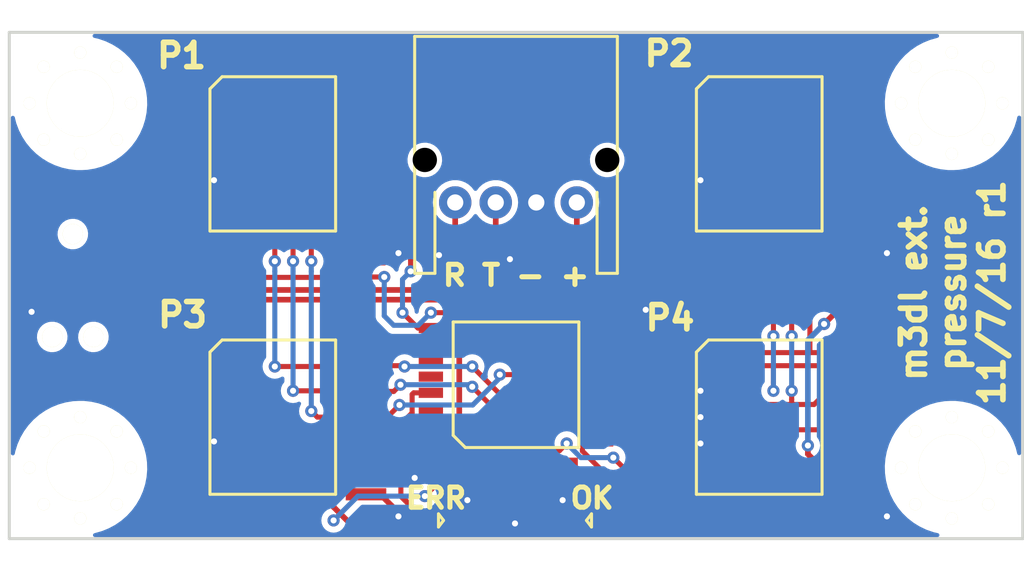
<source format=kicad_pcb>
(kicad_pcb (version 20221018) (generator pcbnew)
  (layers (0 "F.Cu" signal) (31 "B.Cu" signal) (34 "B.Paste" user) (35 "F.Paste" user) (36 "B.SilkS" user "B.Silkscreen") (37 "F.SilkS" user "F.Silkscreen") (38 "B.Mask" user) (39 "F.Mask" user) (44 "Edge.Cuts" user))
  (net 0 "")
  (net 1 "3v3")
  (net 2 "/SWDIO")
  (net 3 "/SWCLK")
  (net 4 "GND")
  (net 5 "/MOSI")
  (net 6 "/SCLK")
  (net 7 "/MISO")
  (net 8 "/~{CS1}")
  (net 9 "/~{CS4}")
  (net 10 "/~{CS3}")
  (net 11 "/~{CS2}")
  (net 12 "/TX")
  (net 13 "/RX")
  (net 14 "Net-(P1-Pad3)")
  (net 15 "Net-(P1-Pad6)")
  (net 16 "Net-(IC4-Pad1)")
  (net 17 "Net-(IC4-Pad2)")
  (net 18 "Net-(IC4-Pad10)")
  (net 19 "Net-(IC3-Pad1)")
  (net 20 "Net-(IC3-Pad2)")
  (net 21 "Net-(IC3-Pad10)")
  (net 22 "Net-(IC2-Pad1)")
  (net 23 "Net-(IC2-Pad2)")
  (net 24 "Net-(IC2-Pad10)")
  (net 25 "Net-(IC1-Pad1)")
  (net 26 "Net-(IC1-Pad2)")
  (net 27 "Net-(IC1-Pad10)")
  (net 28 "Net-(IC5-Pad2)")
  (net 29 "Net-(IC5-Pad3)")
  (net 30 "Net-(IC5-Pad4)")
  (net 31 "Net-(IC5-Pad14)")
  (net 32 "Net-(IC5-Pad18)")
  (net 33 "Net-(IC5-Pad21)")
  (net 34 "Net-(IC5-Pad22)")
  (net 35 "Net-(IC5-Pad27)")
  (net 36 "Net-(IC5-Pad28)")
  (net 37 "Net-(D1-Pad2)")
  (net 38 "Net-(D2-Pad2)")
  (net 39 "Net-(D1-Pad1)")
  (net 40 "Net-(D2-Pad1)")
  (net 41 "Net-(IC5-Pad30)")
  (net 42 "Net-(IC5-Pad7)")
  (net 43 "Net-(IC5-Pad6)")
  (net 44 "Net-(IC5-Pad8)")
  (footprint "agg:TC2030-NL" (layer "F.Cu") (at 78.14 123.5 -90)
    (fp_text reference "P1")
    (fp_text value "SWD_TC")
  )
  (footprint "agg:SP100" (layer "F.Cu") (at 88 117)
    (fp_text reference "IC1")
    (fp_text value "SP100")
  )
  (footprint "agg:SP100" (layer "F.Cu") (at 112 130)
    (fp_text reference "IC4")
    (fp_text value "SP100")
  )
  (footprint "agg:SP100" (layer "F.Cu") (at 88 130)
    (fp_text reference "IC3")
    (fp_text value "SP100")
  )
  (footprint "agg:SP100" (layer "F.Cu") (at 112 117)
    (fp_text reference "IC2")
    (fp_text value "SP100")
  )
  (footprint "agg:S04B-PASK-2" (layer "F.Cu") (at 100 119.4)
    (fp_text reference "J1")
    (fp_text value "SERIAL")
  )
  (footprint "agg:LQFP-32" (layer "F.Cu") (at 100 128.4 90)
    (fp_text reference "IC5")
    (fp_text value "STM32F0xxKxTx")
  )
  (footprint "agg:0603-LED" (layer "F.Cu") (at 96.3 135.1 180)
    (fp_text reference "D1")
    (fp_text value "RED")
  )
  (footprint "agg:0402" (layer "F.Cu") (at 116.8 135.2)
    (fp_text reference "C3")
    (fp_text value "100n")
  )
  (footprint "agg:0402" (layer "F.Cu") (at 92.8 135.2)
    (fp_text reference "C4")
    (fp_text value "100n")
  )
  (footprint "agg:0402" (layer "F.Cu") (at 92.8 122.2)
    (fp_text reference "C1")
    (fp_text value "100n")
  )
  (footprint "agg:0402" (layer "F.Cu") (at 105.6 124.3 -90)
    (fp_text reference "C5")
    (fp_text value "4µ7")
  )
  (footprint "agg:0402" (layer "F.Cu") (at 104.1 124.3 -45)
    (fp_text reference "C6")
    (fp_text value "100n")
  )
  (footprint "agg:0402" (layer "F.Cu") (at 95.8 132.6 135)
    (fp_text reference "C7")
    (fp_text value "100n")
  )
  (footprint "agg:0402" (layer "F.Cu") (at 98.9 134.05 180)
    (fp_text reference "C8")
    (fp_text value "1µ")
  )
  (footprint "agg:0402" (layer "F.Cu") (at 101 134.05)
    (fp_text reference "C9")
    (fp_text value "10n")
  )
  (footprint "agg:0402" (layer "F.Cu") (at 98.9 135.25)
    (fp_text reference "R1")
    (fp_text value "1k")
  )
  (footprint "agg:0402" (layer "F.Cu") (at 116.8 122.2)
    (fp_text reference "C2")
    (fp_text value "100n")
  )
  (footprint "agg:0402" (layer "F.Cu") (at 101 135.25 180)
    (fp_text reference "R2")
    (fp_text value "1k")
  )
  (footprint "agg:0603-LED" (layer "F.Cu") (at 103.6 135.1)
    (fp_text reference "D2")
    (fp_text value "GRN")
  )
  (footprint "agg:M3_MOUNT" (layer "F.Cu") (at 78.5 114.5)
    (fp_text reference "REF**" hide)
    (fp_text value "M3_MOUNT" hide)
  )
  (footprint "agg:M3_MOUNT" (layer "F.Cu") (at 78.5 132.5)
    (fp_text reference "REF**" hide)
    (fp_text value "M3_MOUNT" hide)
  )
  (footprint "agg:M3_MOUNT" (layer "F.Cu") (at 121.5 132.5)
    (fp_text reference "REF**" hide)
    (fp_text value "M3_MOUNT" hide)
  )
  (footprint "agg:M3_MOUNT" (layer "F.Cu") (at 121.5 114.5)
    (fp_text reference "REF**" hide)
    (fp_text value "M3_MOUNT" hide)
  )
  (footprint "agg:0402" (layer "F.Cu") (at 97 121.5 -90)
    (fp_text reference "D4")
    (fp_text value "ESD_DIODE")
  )
  (footprint "agg:0402" (layer "F.Cu") (at 103 121.5 -90)
    (fp_text reference "D5")
    (fp_text value "ESD_DIODE")
  )
  (footprint "agg:0402" (layer "F.Cu") (at 99 121.5 -90)
    (fp_text reference "D3")
    (fp_text value "ESD_DIODE")
  )
  (gr_line (start 125 136) (end 125 111) (stroke (width 0.15)) (layer "Edge.Cuts"))
  (gr_line (start 75 111) (end 75 136) (stroke (width 0.15)) (layer "Edge.Cuts"))
  (gr_line (start 75 136) (end 125 136) (stroke (width 0.15)) (layer "Edge.Cuts"))
  (gr_line (start 125 111) (end 75 111) (stroke (width 0.15)) (layer "Edge.Cuts"))
  (gr_text "ERR" (at 96.05 134) (layer "F.SilkS") (effects (font (size 1 1) (thickness 0.25))))
  (gr_text "P2" (at 107.55 112.05) (layer "F.SilkS") (effects (font (size 1.2 1.2) (thickness 0.28))))
  (gr_text "P3" (at 83.55 124.95) (layer "F.SilkS") (effects (font (size 1.2 1.2) (thickness 0.28))))
  (gr_text "P4" (at 107.6 125.1) (layer "F.SilkS") (effects (font (size 1.2 1.2) (thickness 0.28))))
  (gr_text "P1" (at 83.5 112.15) (layer "F.SilkS") (effects (font (size 1.2 1.2) (thickness 0.28))))
  (gr_text "OK" (at 103.75 134) (layer "F.SilkS") (effects (font (size 1 1) (thickness 0.25))))
  (gr_text "R T - +" (at 100 123) (layer "F.SilkS") (effects (font (size 1 1.1) (thickness 0.25))))
  (gr_text "m3dl ext.\npressure\n11/7/16 r1" (at 121.55 123.85 90) (layer "F.SilkS") (effects (font (size 1.2 1.2) (thickness 0.28))))
  (segment (start 100.4 132.6) (end 100.4 133.9) (width 0.28) (layer "F.Cu") (net 1))
  (segment (start 92.5 123.07999) (end 92.36999 123.07999) (width 0.25) (layer "F.Cu") (net 1))
  (segment (start 97.235002 125.6) (end 96.475002 124.84) (width 0.25) (layer "F.Cu") (net 1))
  (segment (start 96.791889 133.208111) (end 96.8 133.2) (width 0.28) (layer "F.Cu") (net 1))
  (segment (start 115.32 119.54) (end 115.1 119.76) (width 0.28) (layer "F.Cu") (net 1))
  (segment (start 115.115736 132.54) (end 115.32 132.54) (width 0.28) (layer "F.Cu") (net 1))
  (segment (start 91.76 122.2) (end 92.35 122.2) (width 0.28) (layer "F.Cu") (net 1))
  (segment (start 115.76 135.2) (end 116.35 135.2) (width 0.28) (layer "F.Cu") (net 1))
  (segment (start 97.459999 131.659999) (end 97.2 131.4) (width 0.28) (layer "F.Cu") (net 1))
  (segment (start 105.6 123.06) (end 105.6 123.26) (width 0.28) (layer "F.Cu") (net 1))
  (segment (start 97.477999 131.659999) (end 100.339999 131.659999) (width 0.28) (layer "F.Cu") (net 1))
  (segment (start 96.118198 132.918198) (end 96.118198 133.281802) (width 0.25) (layer "F.Cu") (net 1))
  (segment (start 92.35 122.76) (end 92.35 122.2) (width 0.25) (layer "F.Cu") (net 1))
  (segment (start 76.943507 122.23) (end 75.9 121.186493) (width 0.25) (layer "F.Cu") (net 1))
  (segment (start 97.3 133.2) (end 97.3 132.7) (width 0.28) (layer "F.Cu") (net 1))
  (segment (start 104.559036 123.839782) (end 104.27736 123.839782) (width 0.28) (layer "F.Cu") (net 1))
  (segment (start 80.1 119.3) (end 80.7 119.9) (width 0.25) (layer "F.Cu") (net 1))
  (segment (start 115.1 121.54) (end 115.76 122.2) (width 0.28) (layer "F.Cu") (net 1))
  (segment (start 92.6 119.54) (end 91.32 119.54) (width 0.28) (layer "F.Cu") (net 1))
  (segment (start 105.6 123.26) (end 105.6 123.85) (width 0.28) (layer "F.Cu") (net 1))
  (segment (start 92.01 123.1) (end 92.2 122.91) (width 0.25) (layer "F.Cu") (net 1))
  (segment (start 115 134.44) (end 115.3 134.74) (width 0.28) (layer "F.Cu") (net 1))
  (segment (start 93.5 123.07999) (end 92.5 123.07999) (width 0.25) (layer "F.Cu") (net 1))
  (segment (start 96.8 133.2) (end 97.3 133.2) (width 0.28) (layer "F.Cu") (net 1))
  (segment (start 100.55 134.05) (end 99.35 134.05) (width 0.28) (layer "F.Cu") (net 1))
  (segment (start 96.475002 124.84) (end 95.8 124.84) (width 0.25) (layer "F.Cu") (net 1))
  (segment (start 91 132.86) (end 91 134.44) (width 0.28) (layer "F.Cu") (net 1))
  (segment (start 91 134.44) (end 91.36 134.8) (width 0.28) (layer "F.Cu") (net 1))
  (segment (start 116.6 132.54) (end 115.32 132.54) (width 0.28) (layer "F.Cu") (net 1))
  (segment (start 115.04 135) (end 115.3 134.74) (width 0.25) (layer "F.Cu") (net 1))
  (segment (start 97.4 125.6) (end 97.2 125.8) (width 0.28) (layer "F.Cu") (net 1))
  (segment (start 92.6 132.54) (end 91.32 132.54) (width 0.28) (layer "F.Cu") (net 1))
  (segment (start 105.5 132.7) (end 105.5 133.9) (width 0.25) (layer "F.Cu") (net 1))
  (segment (start 91 121.44) (end 91.76 122.2) (width 0.28) (layer "F.Cu") (net 1))
  (segment (start 102.8 124.2) (end 102.8 125.08) (width 0.28) (layer "F.Cu") (net 1))
  (segment (start 103 121.05) (end 103.59 121.05) (width 0.28) (layer "F.Cu") (net 1))
  (segment (start 116.6 119.54) (end 115.32 119.54) (width 0.28) (layer "F.Cu") (net 1))
  (segment (start 97.2 131.662002) (end 97.337998 131.8) (width 0.28) (layer "F.Cu") (net 1))
  (segment (start 115 132.86) (end 115 134.44) (width 0.28) (layer "F.Cu") (net 1))
  (segment (start 97.2 132.6) (end 97.2 131.937998) (width 0.28) (layer "F.Cu") (net 1))
  (segment (start 97.2 125.8) (end 97.2 131.4) (width 0.28) (layer "F.Cu") (net 1))
  (segment (start 115.1 119.76) (end 115.1 121.54) (width 0.28) (layer "F.Cu") (net 1))
  (segment (start 103 121.05) (end 103 119.4) (width 0.28) (layer "F.Cu") (net 1))
  (segment (start 103.59 121.05) (end 105.6 123.06) (width 0.28) (layer "F.Cu") (net 1))
  (segment (start 92.2 122.91) (end 92.35 122.76) (width 0.25) (layer "F.Cu") (net 1))
  (segment (start 100.339999 131.659999) (end 100.4 131.72) (width 0.28) (layer "F.Cu") (net 1))
  (segment (start 80.7 119.9) (end 80.7 122.4) (width 0.25) (layer "F.Cu") (net 1))
  (segment (start 115.32 132.54) (end 115 132.86) (width 0.28) (layer "F.Cu") (net 1))
  (segment (start 100.4 133.9) (end 100.55 134.05) (width 0.28) (layer "F.Cu") (net 1))
  (segment (start 91.36 134.8) (end 91.76 135.2) (width 0.28) (layer "F.Cu") (net 1))
  (segment (start 92.34998 123.1) (end 92.36999 123.07999) (width 0.25) (layer "F.Cu") (net 1))
  (segment (start 92.35 122.92999) (end 92.5 123.07999) (width 0.25) (layer "F.Cu") (net 1))
  (segment (start 103.863604 123.9) (end 103.781802 123.981802) (width 0.28) (layer "F.Cu") (net 1))
  (segment (start 106.6 135) (end 115.04 135) (width 0.25) (layer "F.Cu") (net 1))
  (segment (start 91 119.86) (end 91 121.44) (width 0.28) (layer "F.Cu") (net 1))
  (segment (start 97.3 132.7) (end 97.2 132.6) (width 0.28) (layer "F.Cu") (net 1))
  (segment (start 96.408111 133.208111) (end 96.791889 133.208111) (width 0.28) (layer "F.Cu") (net 1))
  (segment (start 97.337998 131.8) (end 97.477999 131.659999) (width 0.28) (layer "F.Cu") (net 1))
  (segment (start 91 135.1) (end 91.3 134.8) (width 0.25) (layer "F.Cu") (net 1))
  (segment (start 97.4 125.6) (end 97.235002 125.6) (width 0.25) (layer "F.Cu") (net 1))
  (segment (start 91.76 135.2) (end 92.35 135.2) (width 0.28) (layer "F.Cu") (net 1))
  (segment (start 103.2 123.4) (end 103.781802 123.981802) (width 0.28) (layer "F.Cu") (net 1))
  (segment (start 100.4 131.72) (end 100.4 132.6) (width 0.28) (layer "F.Cu") (net 1))
  (segment (start 91.3 134.8) (end 91.36 134.8) (width 0.25) (layer "F.Cu") (net 1))
  (segment (start 114.4 131.824264) (end 115.115736 132.54) (width 0.28) (layer "F.Cu") (net 1))
  (segment (start 114.4 131.4) (end 114.4 131.824264) (width 0.28) (layer "F.Cu") (net 1))
  (segment (start 97.2 131.4) (end 97.2 131.662002) (width 0.28) (layer "F.Cu") (net 1))
  (segment (start 75.9 121.186493) (end 75.9 119.9) (width 0.25) (layer "F.Cu") (net 1))
  (segment (start 102.8 125.08) (end 102.28 125.6) (width 0.28) (layer "F.Cu") (net 1))
  (segment (start 103.1 123.4) (end 103.2 123.4) (width 0.28) (layer "F.Cu") (net 1))
  (segment (start 92.36999 123.07999) (end 92.2 122.91) (width 0.25) (layer "F.Cu") (net 1))
  (segment (start 104.8 132) (end 105.5 132.7) (width 0.25) (layer "F.Cu") (net 1))
  (segment (start 77.5 122.23) (end 76.943507 122.23) (width 0.25) (layer "F.Cu") (net 1))
  (segment (start 97.2 131.662002) (end 97.2 131.937998) (width 0.28) (layer "F.Cu") (net 1))
  (segment (start 76.5 119.3) (end 80.1 119.3) (width 0.25) (layer "F.Cu") (net 1))
  (segment (start 102.140001 131.659999) (end 102.5 131.3) (width 0.25) (layer "F.Cu") (net 1))
  (segment (start 96.118198 132.918198) (end 96.408111 133.208111) (width 0.28) (layer "F.Cu") (net 1))
  (segment (start 116.35 122.2) (end 116.35 124.25) (width 0.28) (layer "F.Cu") (net 1))
  (segment (start 92.35 122.76) (end 92.35 122.92999) (width 0.25) (layer "F.Cu") (net 1))
  (segment (start 105.6 123.85) (end 104.569254 123.85) (width 0.28) (layer "F.Cu") (net 1))
  (segment (start 102.8 124.2) (end 102.8 123.7) (width 0.28) (layer "F.Cu") (net 1))
  (segment (start 104.27736 123.839782) (end 104.217142 123.9) (width 0.28) (layer "F.Cu") (net 1))
  (segment (start 75.9 119.9) (end 76.5 119.3) (width 0.25) (layer "F.Cu") (net 1))
  (segment (start 116.35 124.25) (end 115.2 125.4) (width 0.28) (layer "F.Cu") (net 1))
  (segment (start 91.32 119.54) (end 91 119.86) (width 0.28) (layer "F.Cu") (net 1))
  (segment (start 81.4 123.1) (end 92.01 123.1) (width 0.25) (layer "F.Cu") (net 1))
  (segment (start 102.28 125.6) (end 97.4 125.6) (width 0.28) (layer "F.Cu") (net 1))
  (segment (start 115.3 134.74) (end 115.76 135.2) (width 0.28) (layer "F.Cu") (net 1))
  (segment (start 97.2 131.937998) (end 97.337998 131.8) (width 0.28) (layer "F.Cu") (net 1))
  (segment (start 102.8 123.7) (end 103.1 123.4) (width 0.28) (layer "F.Cu") (net 1))
  (segment (start 91.32 132.54) (end 91 132.86) (width 0.28) (layer "F.Cu") (net 1))
  (segment (start 97.477999 131.659999) (end 97.459999 131.659999) (width 0.28) (layer "F.Cu") (net 1))
  (segment (start 104.217142 123.9) (end 103.863604 123.9) (width 0.28) (layer "F.Cu") (net 1))
  (segment (start 100.339999 131.659999) (end 102.140001 131.659999) (width 0.25) (layer "F.Cu") (net 1))
  (segment (start 80.7 122.4) (end 81.4 123.1) (width 0.25) (layer "F.Cu") (net 1))
  (segment (start 92.01 123.1) (end 92.34998 123.1) (width 0.25) (layer "F.Cu") (net 1))
  (segment (start 96.118198 133.281802) (end 95.5 133.9) (width 0.25) (layer "F.Cu") (net 1))
  (segment (start 115.76 122.2) (end 116.35 122.2) (width 0.28) (layer "F.Cu") (net 1))
  (segment (start 104.569254 123.85) (end 104.559036 123.839782) (width 0.28) (layer "F.Cu") (net 1))
  (segment (start 105.5 133.9) (end 106.6 135) (width 0.25) (layer "F.Cu") (net 1))
  (via (at 91 135.1) (size 0.6) (drill 0.3) (layers "F.Cu" "B.Cu") (net 1))
  (via (at 95.5 133.9) (size 0.6) (drill 0.3) (layers "F.Cu" "B.Cu") (net 1))
  (via (at 93.5 123.07999) (size 0.6) (drill 0.3) (layers "F.Cu" "B.Cu") (net 1))
  (via (at 102.5 131.3) (size 0.6) (drill 0.3) (layers "F.Cu" "B.Cu") (net 1))
  (via (at 104.8 132) (size 0.6) (drill 0.3) (layers "F.Cu" "B.Cu") (net 1))
  (via (at 95.8 124.84) (size 0.6) (drill 0.3) (layers "F.Cu" "B.Cu") (net 1))
  (via (at 115.2 125.4) (size 0.6) (drill 0.3) (layers "F.Cu" "B.Cu") (net 1))
  (via (at 114.4 131.4) (size 0.6) (drill 0.3) (layers "F.Cu" "B.Cu") (net 1))
  (segment (start 95.174999 125.465001) (end 93.965001 125.465001) (width 0.25) (layer "B.Cu") (net 1))
  (segment (start 95.5 133.9) (end 92.2 133.9) (width 0.25) (layer "B.Cu") (net 1))
  (segment (start 95.8 124.84) (end 95.174999 125.465001) (width 0.25) (layer "B.Cu") (net 1))
  (segment (start 103.2 132) (end 104.8 132) (width 0.25) (layer "B.Cu") (net 1))
  (segment (start 115.2 125.4) (end 114.4 126.2) (width 0.28) (layer "B.Cu") (net 1))
  (segment (start 93.965001 125.465001) (end 93.5 125) (width 0.25) (layer "B.Cu") (net 1))
  (segment (start 92.2 133.9) (end 91 135.1) (width 0.25) (layer "B.Cu") (net 1))
  (segment (start 93.5 125) (end 93.5 123.07999) (width 0.25) (layer "B.Cu") (net 1))
  (segment (start 102.5 131.3) (end 103.2 132) (width 0.25) (layer "B.Cu") (net 1))
  (segment (start 114.4 126.2) (end 114.4 131.4) (width 0.28) (layer "B.Cu") (net 1))
  (segment (start 97.939999 123.259999) (end 96.677999 123.259999) (width 0.28) (layer "F.Cu") (net 2))
  (segment (start 80.25999 123.71999) (end 78.77 122.23) (width 0.28) (layer "F.Cu") (net 2))
  (segment (start 98 123.32) (end 97.939999 123.259999) (width 0.28) (layer "F.Cu") (net 2))
  (segment (start 96.677999 123.259999) (end 96.218008 123.71999) (width 0.28) (layer "F.Cu") (net 2))
  (segment (start 96.218008 123.71999) (end 80.25999 123.71999) (width 0.28) (layer "F.Cu") (net 2))
  (segment (start 98 124.2) (end 98 123.32) (width 0.28) (layer "F.Cu") (net 2))
  (segment (start 97.2 124.2) (end 79.47 124.2) (width 0.28) (layer "F.Cu") (net 3))
  (segment (start 79.47 124.2) (end 78.77 123.5) (width 0.28) (layer "F.Cu") (net 3))
  (segment (start 117.84 122.2) (end 117.25 122.2) (width 0.28) (layer "F.Cu") (net 4))
  (segment (start 83.4 131.27) (end 85.03 131.27) (width 0.28) (layer "F.Cu") (net 4))
  (segment (start 94.8 131.6) (end 95.1 131.9) (width 0.28) (layer "F.Cu") (net 4))
  (segment (start 117.88 135.16) (end 117.84 135.2) (width 0.28) (layer "F.Cu") (net 4))
  (segment (start 93.88 134.8) (end 93.88 135.16) (width 0.28) (layer "F.Cu") (net 4))
  (segment (start 107.4 130) (end 109.1 130) (width 0.28) (layer "F.Cu") (net 4))
  (segment (start 99.95 135.25) (end 99.35 135.25) (width 0.28) (layer "F.Cu") (net 4))
  (segment (start 107.4 132.54) (end 107.4 131.27) (width 0.28) (layer "F.Cu") (net 4))
  (segment (start 107.4 131.27) (end 109.07 131.27) (width 0.28) (layer "F.Cu") (net 4))
  (segment (start 94.9 131.2) (end 95.8 131.2) (width 0.28) (layer "F.Cu") (net 4))
  (segment (start 97 121.95) (end 96.25 121.95) (width 0.28) (layer "F.Cu") (net 4))
  (segment (start 95.1 131.9) (end 95.481802 132.281802) (width 0.28) (layer "F.Cu") (net 4))
  (segment (start 117.84 135.2) (end 117.25 135.2) (width 0.28) (layer "F.Cu") (net 4))
  (segment (start 107.4 115.73) (end 107.4 117) (width 0.28) (layer "F.Cu") (net 4))
  (segment (start 105.6 124.75) (end 106.35 124.75) (width 0.28) (layer "F.Cu") (net 4))
  (segment (start 96.25 121.95) (end 96.2 122) (width 0.28) (layer "F.Cu") (net 4))
  (segment (start 107.4 128.73) (end 109.07 128.73) (width 0.28) (layer "F.Cu") (net 4))
  (segment (start 83.4 115.73) (end 83.4 117) (width 0.28) (layer "F.Cu") (net 4))
  (segment (start 107.4 117) (end 107.4 118.27) (width 0.28) (layer "F.Cu") (net 4))
  (segment (start 93.84 135.2) (end 93.25 135.2) (width 0.28) (layer "F.Cu") (net 4))
  (segment (start 100.55 135.25) (end 99.95 135.25) (width 0.28) (layer "F.Cu") (net 4))
  (segment (start 83.4 130) (end 83.4 128.73) (width 0.28) (layer "F.Cu") (net 4))
  (segment (start 85.03 131.27) (end 85.1 131.2) (width 0.28) (layer "F.Cu") (net 4))
  (segment (start 93.88 134.8) (end 94.1 134.8) (width 0.28) (layer "F.Cu") (net 4))
  (segment (start 101 120.53137) (end 101 119.4) (width 0.28) (layer "F.Cu") (net 4))
  (segment (start 94.8 131.1) (end 94.8 131.6) (width 0.28) (layer "F.Cu") (net 4))
  (segment (start 83.4 119.54) (end 83.4 118.27) (width 0.28) (layer "F.Cu") (net 4))
  (segment (start 77.5 124.77) (end 76.13 124.77) (width 0.28) (layer "F.Cu") (net 4))
  (segment (start 104.418198 124.618198) (end 105 124.618198) (width 0.28) (layer "F.Cu") (net 4))
  (segment (start 109.07 118.27) (end 109.1 118.3) (width 0.28) (layer "F.Cu") (net 4))
  (segment (start 92.6 120.81) (end 93.3 120.81) (width 0.28) (layer "F.Cu") (net 4))
  (segment (start 83.4 118.27) (end 85.07 118.27) (width 0.28) (layer "F.Cu") (net 4))
  (segment (start 99 121.95) (end 99.45 121.95) (width 0.28) (layer "F.Cu") (net 4))
  (segment (start 99.45 121.95) (end 99.7 122.2) (width 0.28) (layer "F.Cu") (net 4))
  (segment (start 93.88 134.39) (end 93.88 134.8) (width 0.28) (layer "F.Cu") (net 4))
  (segment (start 93.88 121.7) (end 93.88 122.16) (width 0.28) (layer "F.Cu") (net 4))
  (segment (start 94 121.7) (end 94.2 121.9) (width 0.28) (layer "F.Cu") (net 4))
  (segment (start 105.1 125.58) (end 105.1 124.718198) (width 0.28) (layer "F.Cu") (net 4))
  (segment (start 109.07 128.73) (end 109.1 128.7) (width 0.28) (layer "F.Cu") (net 4))
  (segment (start 94.8 130.52) (end 94.8 131.1) (width 0.28) (layer "F.Cu") (net 4))
  (segment (start 93.88 121.39) (end 93.88 121.7) (width 0.28) (layer "F.Cu") (net 4))
  (segment (start 83.4 131.27) (end 83.4 132.54) (width 0.28) (layer "F.Cu") (net 4))
  (segment (start 117.88 134.8) (end 117.88 135.16) (width 0.28) (layer "F.Cu") (net 4))
  (segment (start 76.13 124.77) (end 76.1 124.8) (width 0.28) (layer "F.Cu") (net 4))
  (segment (start 94.8 131.1) (end 94.9 131.2) (width 0.28) (layer "F.Cu") (net 4))
  (segment (start 105.08 125.6) (end 105.1 125.58) (width 0.28) (layer "F.Cu") (net 4))
  (segment (start 117.88 121.39) (end 117.88 121.8) (width 0.28) (layer "F.Cu") (net 4))
  (segment (start 102.25 134.05) (end 102.3 134.1) (width 0.28) (layer "F.Cu") (net 4))
  (segment (start 94.92 130.4) (end 94.8 130.52) (width 0.28) (layer "F.Cu") (net 4))
  (segment (start 83.4 120.81) (end 83.4 119.54) (width 0.28) (layer "F.Cu") (net 4))
  (segment (start 105.1 124.718198) (end 105 124.618198) (width 0.28) (layer "F.Cu") (net 4))
  (segment (start 93.3 133.81) (end 93.88 134.39) (width 0.28) (layer "F.Cu") (net 4))
  (segment (start 95.1 132.9) (end 95 133) (width 0.28) (layer "F.Cu") (net 4))
  (segment (start 92.6 133.81) (end 93.3 133.81) (width 0.28) (layer "F.Cu") (net 4))
  (segment (start 95.8 130.4) (end 94.92 130.4) (width 0.28) (layer "F.Cu") (net 4))
  (segment (start 107.4 133.81) (end 107.4 132.54) (width 0.28) (layer "F.Cu") (net 4))
  (segment (start 117.3 133.81) (end 117.88 134.39) (width 0.28) (layer "F.Cu") (net 4))
  (segment (start 107.4 120.81) (end 107.4 119.54) (width 0.28) (layer "F.Cu") (net 4))
  (segment (start 116.6 120.81) (end 117.3 120.81) (width 0.28) (layer "F.Cu") (net 4))
  (segment (start 102.41 121.95) (end 101 120.54) (width 0.28) (layer "F.Cu") (net 4))
  (segment (start 94.1 134.8) (end 94.2 134.9) (width 0.28) (layer "F.Cu") (net 4))
  (segment (start 117.88 134.8) (end 118.2 134.8) (width 0.28) (layer "F.Cu") (net 4))
  (segment (start 117.88 134.39) (end 117.88 134.8) (width 0.28) (layer "F.Cu") (net 4))
  (segment (start 107.4 118.27) (end 107.4 119.54) (width 0.28) (layer "F.Cu") (net 4))
  (segment (start 118.2 121.8) (end 118.3 121.9) (width 0.28) (layer "F.Cu") (net 4))
  (segment (start 97.65 134.05) (end 97.6 134.1) (width 0.28) (layer "F.Cu") (net 4))
  (segment (start 106.35 124.75) (end 106.4 124.7) (width 0.28) (layer "F.Cu") (net 4))
  (segment (start 93.3 120.81) (end 93.88 121.39) (width 0.28) (layer "F.Cu") (net 4))
  (segment (start 83.4 132.54) (end 83.4 133.81) (width 0.28) (layer "F.Cu") (net 4))
  (segment (start 93.88 122.16) (end 93.84 122.2) (width 0.28) (layer "F.Cu") (net 4))
  (segment (start 104.2 125.6) (end 105.08 125.6) (width 0.28) (layer "F.Cu") (net 4))
  (segment (start 85.07 118.27) (end 85.1 118.3) (width 0.28) (layer "F.Cu") (net 4))
  (segment (start 93.84 122.2) (end 93.25 122.2) (width 0.28) (layer "F.Cu") (net 4))
  (segment (start 98.45 134.05) (end 97.65 134.05) (width 0.28) (layer "F.Cu") (net 4))
  (segment (start 117.88 121.8) (end 118.2 121.8) (width 0.28) (layer "F.Cu") (net 4))
  (segment (start 103 121.95) (end 102.41 121.95) (width 0.28) (layer "F.Cu") (net 4))
  (segment (start 117.88 122.16) (end 117.84 122.2) (width 0.28) (layer "F.Cu") (net 4))
  (segment (start 118.2 134.8) (end 118.3 134.9) (width 0.28) (layer "F.Cu") (net 4))
  (segment (start 93.88 135.16) (end 93.84 135.2) (width 0.28) (layer "F.Cu") (net 4))
  (segment (start 109.07 131.27) (end 109.1 131.3) (width 0.28) (layer "F.Cu") (net 4))
  (segment (start 107.4 118.27) (end 109.07 118.27) (width 0.28) (layer "F.Cu") (net 4))
  (segment (start 101.45 134.05) (end 102.25 134.05) (width 0.28) (layer "F.Cu") (net 4))
  (segment (start 117.3 120.81) (end 117.88 121.39) (width 0.28) (layer "F.Cu") (net 4))
  (segment (start 101 120.54) (end 101 120.53137) (width 0.28) (layer "F.Cu") (net 4))
  (segment (start 105 124.618198) (end 105.468198 124.618198) (width 0.28) (layer "F.Cu") (net 4))
  (segment (start 83.4 117) (end 83.4 118.27) (width 0.28) (layer "F.Cu") (net 4))
  (segment (start 117.88 121.8) (end 117.88 122.16) (width 0.28) (layer "F.Cu") (net 4))
  (segment (start 116.6 133.81) (end 117.3 133.81) (width 0.28) (layer "F.Cu") (net 4))
  (segment (start 95.1 131.9) (end 95.1 132.9) (width 0.28) (layer "F.Cu") (net 4))
  (segment (start 83.4 130) (end 83.4 131.27) (width 0.28) (layer "F.Cu") (net 4))
  (segment (start 105.468198 124.618198) (end 105.6 124.75) (width 0.28) (layer "F.Cu") (net 4))
  (segment (start 93.88 121.7) (end 94 121.7) (width 0.28) (layer "F.Cu") (net 4))
  (via (at 99.7 122.2) (size 0.6) (drill 0.3) (layers "F.Cu" "B.Cu") (net 4))
  (via (at 96.2 122) (size 0.6) (drill 0.3) (layers "F.Cu" "B.Cu") (net 4))
  (via (at 109.1 128.7) (size 0.6) (drill 0.3) (layers "F.Cu" "B.Cu") (net 4))
  (via (at 95 133) (size 0.6) (drill 0.3) (layers "F.Cu" "B.Cu") (net 4))
  (via (at 109.1 130) (size 0.6) (drill 0.3) (layers "F.Cu" "B.Cu") (net 4))
  (via (at 99.95 135.25) (size 0.6) (drill 0.3) (layers "F.Cu" "B.Cu") (net 4))
  (via (at 76.1 124.8) (size 0.6) (drill 0.3) (layers "F.Cu" "B.Cu") (net 4))
  (via (at 118.3 121.9) (size 0.6) (drill 0.3) (layers "F.Cu" "B.Cu") (net 4))
  (via (at 85.1 131.2) (size 0.6) (drill 0.3) (layers "F.Cu" "B.Cu") (net 4))
  (via (at 94.2 121.9) (size 0.6) (drill 0.3) (layers "F.Cu" "B.Cu") (net 4))
  (via (at 102.3 134.1) (size 0.6) (drill 0.3) (layers "F.Cu" "B.Cu") (net 4))
  (via (at 97.6 134.1) (size 0.6) (drill 0.3) (layers "F.Cu" "B.Cu") (net 4))
  (via (at 109.1 131.3) (size 0.6) (drill 0.3) (layers "F.Cu" "B.Cu") (net 4))
  (via (at 85.1 118.3) (size 0.6) (drill 0.3) (layers "F.Cu" "B.Cu") (net 4))
  (via (at 94.2 134.9) (size 0.6) (drill 0.3) (layers "F.Cu" "B.Cu") (net 4))
  (via (at 118.3 134.9) (size 0.6) (drill 0.3) (layers "F.Cu" "B.Cu") (net 4))
  (via (at 109.1 118.3) (size 0.6) (drill 0.3) (layers "F.Cu" "B.Cu") (net 4))
  (via (at 106.4 124.7) (size 0.6) (drill 0.3) (layers "F.Cu" "B.Cu") (net 4))
  (segment (start 118.4 127.374998) (end 118.4 129.6) (width 0.25) (layer "F.Cu") (net 5))
  (segment (start 92.6 130) (end 93.649999 130) (width 0.25) (layer "F.Cu") (net 5))
  (segment (start 89.9 122.3) (end 89.9 119) (width 0.25) (layer "F.Cu") (net 5))
  (segment (start 92.6 117) (end 91.9 117) (width 0.25) (layer "F.Cu") (net 5))
  (segment (start 99.2 127.9) (end 104.1 127.9) (width 0.25) (layer "F.Cu") (net 5))
  (segment (start 91.9 117) (end 89.9 119) (width 0.25) (layer "F.Cu") (net 5))
  (segment (start 114.5 126.815001) (end 117.840003 126.815001) (width 0.25) (layer "F.Cu") (net 5))
  (segment (start 105.05 128) (end 106.234999 126.815001) (width 0.25) (layer "F.Cu") (net 5))
  (segment (start 118 130) (end 116.6 130) (width 0.25) (layer "F.Cu") (net 5))
  (segment (start 93.649999 130) (end 94.249999 129.4) (width 0.25) (layer "F.Cu") (net 5))
  (segment (start 117.840003 126.815001) (end 118.4 127.374998) (width 0.25) (layer "F.Cu") (net 5))
  (segment (start 118.4 129.6) (end 118 130) (width 0.25) (layer "F.Cu") (net 5))
  (segment (start 104.2 128) (end 105.05 128) (width 0.25) (layer "F.Cu") (net 5))
  (segment (start 115.35 117) (end 114.5 117.85) (width 0.25) (layer "F.Cu") (net 5))
  (segment (start 106.234999 126.815001) (end 114.5 126.815001) (width 0.25) (layer "F.Cu") (net 5))
  (segment (start 116.6 117) (end 115.35 117) (width 0.25) (layer "F.Cu") (net 5))
  (segment (start 90.2 130) (end 92.6 130) (width 0.25) (layer "F.Cu") (net 5))
  (segment (start 114.5 117.85) (end 114.5 126.815001) (width 0.25) (layer "F.Cu") (net 5))
  (segment (start 104.1 127.9) (end 104.2 128) (width 0.25) (layer "F.Cu") (net 5))
  (segment (start 89.9 129.7) (end 90.2 130) (width 0.25) (layer "F.Cu") (net 5))
  (via (at 99.2 127.9) (size 0.6) (drill 0.3) (layers "F.Cu" "B.Cu") (net 5))
  (via (at 89.9 122.3) (size 0.6) (drill 0.3) (layers "F.Cu" "B.Cu") (net 5))
  (via (at 89.9 129.7) (size 0.6) (drill 0.3) (layers "F.Cu" "B.Cu") (net 5))
  (via (at 94.249999 129.4) (size 0.6) (drill 0.3) (layers "F.Cu" "B.Cu") (net 5))
  (segment (start 94.249999 129.4) (end 97.865002 129.4) (width 0.25) (layer "B.Cu") (net 5))
  (segment (start 97.865002 129.4) (end 99.2 128.065002) (width 0.25) (layer "B.Cu") (net 5))
  (segment (start 89.9 122.8) (end 89.9 129.7) (width 0.25) (layer "B.Cu") (net 5))
  (segment (start 99.2 128.065002) (end 99.2 127.9) (width 0.25) (layer "B.Cu") (net 5))
  (segment (start 89.9 122.8) (end 89.9 122.3) (width 0.25) (layer "B.Cu") (net 5))
  (segment (start 92.6 128.73) (end 93.97 128.73) (width 0.25) (layer "F.Cu") (net 6))
  (segment (start 104.2 129.6) (end 105.05 129.6) (width 0.25) (layer "F.Cu") (net 6))
  (segment (start 105.05 129.6) (end 105.275001 129.374999) (width 0.25) (layer "F.Cu") (net 6))
  (segment (start 89 128.7) (end 92.57 128.7) (width 0.25) (layer "F.Cu") (net 6))
  (segment (start 92.6 115.73) (end 91.9 115.73) (width 0.25) (layer "F.Cu") (net 6))
  (segment (start 98.94 129.6) (end 97.84 128.5) (width 0.25) (layer "F.Cu") (net 6))
  (segment (start 113.6 129.374999) (end 114.705001 129.374999) (width 0.25) (layer "F.Cu") (net 6))
  (segment (start 113.6 128.7) (end 113.6 129.124264) (width 0.25) (layer "F.Cu") (net 6))
  (segment (start 91.9 115.73) (end 89 118.63) (width 0.25) (layer "F.Cu") (net 6))
  (segment (start 105.275001 129.374999) (end 113.6 129.374999) (width 0.25) (layer "F.Cu") (net 6))
  (segment (start 113.6 117.48) (end 113.6 126) (width 0.25) (layer "F.Cu") (net 6))
  (segment (start 114.705001 129.374999) (end 115.35 128.73) (width 0.25) (layer "F.Cu") (net 6))
  (segment (start 89 118.63) (end 89 122.3) (width 0.25) (layer "F.Cu") (net 6))
  (segment (start 93.97 128.73) (end 94.3 128.4) (width 0.25) (layer "F.Cu") (net 6))
  (segment (start 115.35 115.73) (end 113.6 117.48) (width 0.25) (layer "F.Cu") (net 6))
  (segment (start 92.57 128.7) (end 92.6 128.73) (width 0.25) (layer "F.Cu") (net 6))
  (segment (start 104.2 129.6) (end 98.94 129.6) (width 0.25) (layer "F.Cu") (net 6))
  (segment (start 113.6 129.124264) (end 113.6 129.374999) (width 0.25) (layer "F.Cu") (net 6))
  (segment (start 115.35 128.73) (end 116.6 128.73) (width 0.25) (layer "F.Cu") (net 6))
  (segment (start 116.6 115.73) (end 115.35 115.73) (width 0.25) (layer "F.Cu") (net 6))
  (via (at 94.3 128.4) (size 0.6) (drill 0.3) (layers "F.Cu" "B.Cu") (net 6))
  (via (at 89 128.7) (size 0.6) (drill 0.3) (layers "F.Cu" "B.Cu") (net 6))
  (via (at 89 122.3) (size 0.6) (drill 0.3) (layers "F.Cu" "B.Cu") (net 6))
  (via (at 113.6 126) (size 0.6) (drill 0.3) (layers "F.Cu" "B.Cu") (net 6))
  (via (at 97.84 128.5) (size 0.6) (drill 0.3) (layers "F.Cu" "B.Cu") (net 6))
  (via (at 113.6 128.7) (size 0.6) (drill 0.3) (layers "F.Cu" "B.Cu") (net 6))
  (segment (start 97.74 128.4) (end 97.84 128.5) (width 0.25) (layer "B.Cu") (net 6))
  (segment (start 89 122.8) (end 89 122.3) (width 0.25) (layer "B.Cu") (net 6))
  (segment (start 94.3 128.4) (end 97.74 128.4) (width 0.25) (layer "B.Cu") (net 6))
  (segment (start 113.6 126) (end 113.6 128.7) (width 0.25) (layer "B.Cu") (net 6))
  (segment (start 89 122.8) (end 89 128.7) (width 0.25) (layer "B.Cu") (net 6))
  (segment (start 91.9 114.46) (end 88.1 118.26) (width 0.25) (layer "F.Cu") (net 7))
  (segment (start 112.7 117.66) (end 112.7 126) (width 0.25) (layer "F.Cu") (net 7))
  (segment (start 112.7 128.275736) (end 112.7 127.46) (width 0.25) (layer "F.Cu") (net 7))
  (segment (start 106.139999 128.104999) (end 108.769999 128.104999) (width 0.25) (layer "F.Cu") (net 7))
  (segment (start 112.7 127.46) (end 115.35 127.46) (width 0.25) (layer "F.Cu") (net 7))
  (segment (start 92.56 127.5) (end 92.6 127.46) (width 0.25) (layer "F.Cu") (net 7))
  (segment (start 105.444998 128.8) (end 106.139999 128.104999) (width 0.25) (layer "F.Cu") (net 7))
  (segment (start 104.2 128.8) (end 105.444998 128.8) (width 0.25) (layer "F.Cu") (net 7))
  (segment (start 109.414998 127.46) (end 112.7 127.46) (width 0.25) (layer "F.Cu") (net 7))
  (segment (start 94.46 127.46) (end 94.5 127.5) (width 0.25) (layer "F.Cu") (net 7))
  (segment (start 112.7 128.7) (end 112.7 128.275736) (width 0.25) (layer "F.Cu") (net 7))
  (segment (start 92.6 127.46) (end 94.46 127.46) (width 0.25) (layer "F.Cu") (net 7))
  (segment (start 88.1 127.5) (end 92.56 127.5) (width 0.25) (layer "F.Cu") (net 7))
  (segment (start 116.6 114.46) (end 115.9 114.46) (width 0.25) (layer "F.Cu") (net 7))
  (segment (start 108.769999 128.104999) (end 109.414998 127.46) (width 0.25) (layer "F.Cu") (net 7))
  (segment (start 92.6 114.46) (end 91.9 114.46) (width 0.25) (layer "F.Cu") (net 7))
  (segment (start 115.35 127.46) (end 116.6 127.46) (width 0.25) (layer "F.Cu") (net 7))
  (segment (start 99.14 128.8) (end 97.84 127.5) (width 0.25) (layer "F.Cu") (net 7))
  (segment (start 115.9 114.46) (end 112.7 117.66) (width 0.25) (layer "F.Cu") (net 7))
  (segment (start 104.2 128.8) (end 99.14 128.8) (width 0.25) (layer "F.Cu") (net 7))
  (segment (start 88.1 122.3) (end 88.1 118.26) (width 0.25) (layer "F.Cu") (net 7))
  (via (at 112.7 128.7) (size 0.6) (drill 0.3) (layers "F.Cu" "B.Cu") (net 7))
  (via (at 88.1 122.3) (size 0.6) (drill 0.3) (layers "F.Cu" "B.Cu") (net 7))
  (via (at 88.1 127.5) (size 0.6) (drill 0.3) (layers "F.Cu" "B.Cu") (net 7))
  (via (at 97.84 127.5) (size 0.6) (drill 0.3) (layers "F.Cu" "B.Cu") (net 7))
  (via (at 112.7 126) (size 0.6) (drill 0.3) (layers "F.Cu" "B.Cu") (net 7))
  (via (at 94.5 127.5) (size 0.6) (drill 0.3) (layers "F.Cu" "B.Cu") (net 7))
  (segment (start 88.1 122.8) (end 88.1 127.5) (width 0.25) (layer "B.Cu") (net 7))
  (segment (start 112.7 126) (end 112.7 128.7) (width 0.25) (layer "B.Cu") (net 7))
  (segment (start 94.5 127.5) (end 97.84 127.5) (width 0.25) (layer "B.Cu") (net 7))
  (segment (start 88.1 122.8) (end 88.1 122.3) (width 0.25) (layer "B.Cu") (net 7))
  (segment (start 94.1 113.99) (end 93.3 113.19) (width 0.25) (layer "F.Cu") (net 8))
  (segment (start 93.3 113.19) (end 92.6 113.19) (width 0.25) (layer "F.Cu") (net 8))
  (segment (start 94.1 118.6) (end 94.1 113.99) (width 0.25) (layer "F.Cu") (net 8))
  (segment (start 94.8 122.8) (end 94.8 122.225002) (width 0.25) (layer "F.Cu") (net 8))
  (segment (start 95.16 125.6) (end 94.4 124.84) (width 0.25) (layer "F.Cu") (net 8))
  (segment (start 94.825001 122.200001) (end 94.825001 119.325001) (width 0.25) (layer "F.Cu") (net 8))
  (segment (start 94.8 122.225002) (end 94.825001 122.200001) (width 0.25) (layer "F.Cu") (net 8))
  (segment (start 94.825001 119.325001) (end 94.1 118.6) (width 0.25) (layer "F.Cu") (net 8))
  (segment (start 95.8 125.6) (end 95.16 125.6) (width 0.25) (layer "F.Cu") (net 8))
  (via (at 94.4 124.84) (size 0.6) (drill 0.3) (layers "F.Cu" "B.Cu") (net 8))
  (via (at 94.8 122.8) (size 0.6) (drill 0.3) (layers "F.Cu" "B.Cu") (net 8))
  (segment (start 94.4 123.2) (end 94.8 122.8) (width 0.25) (layer "B.Cu") (net 8))
  (segment (start 94.4 124.84) (end 94.4 123.2) (width 0.25) (layer "B.Cu") (net 8))
  (segment (start 117.85 126.19) (end 116.6 126.19) (width 0.25) (layer "F.Cu") (net 9))
  (segment (start 104.2 131.2) (end 105.05 131.2) (width 0.25) (layer "F.Cu") (net 9))
  (segment (start 108.73 130.555002) (end 108.799999 130.625001) (width 0.25) (layer "F.Cu") (net 9))
  (segment (start 118.011409 130.625001) (end 118.85001 129.7864) (width 0.25) (layer "F.Cu") (net 9))
  (segment (start 118.85001 129.7864) (end 118.850009 127.188597) (width 0.25) (layer "F.Cu") (net 9))
  (segment (start 105.624999 130.625001) (end 108.660001 130.625001) (width 0.25) (layer "F.Cu") (net 9))
  (segment (start 108.660001 130.625001) (end 108.73 130.555002) (width 0.25) (layer "F.Cu") (net 9))
  (segment (start 105.05 131.2) (end 105.624999 130.625001) (width 0.25) (layer "F.Cu") (net 9))
  (segment (start 117.851412 126.19) (end 117.85 126.19) (width 0.25) (layer "F.Cu") (net 9))
  (segment (start 118.850009 127.188597) (end 117.851412 126.19) (width 0.25) (layer "F.Cu") (net 9))
  (segment (start 108.799999 130.625001) (end 118.011409 130.625001) (width 0.25) (layer "F.Cu") (net 9))
  (segment (start 92.81 126.4) (end 92.6 126.19) (width 0.25) (layer "F.Cu") (net 10))
  (segment (start 95.8 126.4) (end 92.81 126.4) (width 0.25) (layer "F.Cu") (net 10))
  (segment (start 104.2 126.4) (end 105.304998 126.4) (width 0.25) (layer "F.Cu") (net 11))
  (segment (start 112.1 123.1) (end 112.1 116.99) (width 0.25) (layer "F.Cu") (net 11))
  (segment (start 115.9 113.19) (end 116.6 113.19) (width 0.25) (layer "F.Cu") (net 11))
  (segment (start 105.304998 126.4) (end 106.304998 125.4) (width 0.25) (layer "F.Cu") (net 11))
  (segment (start 112.1 116.99) (end 115.9 113.19) (width 0.25) (layer "F.Cu") (net 11))
  (segment (start 109.8 125.4) (end 112.1 123.1) (width 0.25) (layer "F.Cu") (net 11))
  (segment (start 106.304998 125.4) (end 109.8 125.4) (width 0.25) (layer "F.Cu") (net 11))
  (segment (start 101.2 123.32) (end 101.2 124.2) (width 0.28) (layer "F.Cu") (net 12))
  (segment (start 99 121.05) (end 99.59 121.05) (width 0.28) (layer "F.Cu") (net 12))
  (segment (start 99 121.05) (end 99 119.4) (width 0.28) (layer "F.Cu") (net 12))
  (segment (start 99.59 121.05) (end 101.2 122.66) (width 0.28) (layer "F.Cu") (net 12))
  (segment (start 101.2 122.66) (end 101.2 123.32) (width 0.28) (layer "F.Cu") (net 12))
  (segment (start 98 122.6) (end 98.4 123) (width 0.28) (layer "F.Cu") (net 13))
  (segment (start 97.59 121.05) (end 98 121.46) (width 0.28) (layer "F.Cu") (net 13))
  (segment (start 98.4 123) (end 100.08 123) (width 0.28) (layer "F.Cu") (net 13))
  (segment (start 100.4 123.32) (end 100.4 124.2) (width 0.28) (layer "F.Cu") (net 13))
  (segment (start 100.08 123) (end 100.4 123.32) (width 0.28) (layer "F.Cu") (net 13))
  (segment (start 98 121.46) (end 98 122.6) (width 0.28) (layer "F.Cu") (net 13))
  (segment (start 97 121.05) (end 97 119.4) (width 0.28) (layer "F.Cu") (net 13))
  (segment (start 97 121.05) (end 97.59 121.05) (width 0.28) (layer "F.Cu") (net 13))
  (segment (start 94.31999 133.89499) (end 95.5 135.075) (width 0.28) (layer "F.Cu") (net 37))
  (segment (start 94.874999 129.787378) (end 94.874999 128.875001) (width 0.25) (layer "F.Cu") (net 37))
  (segment (start 94.31999 130.342387) (end 94.874999 129.787378) (width 0.25) (layer "F.Cu") (net 37))
  (segment (start 95.5 135.075) (end 95.5 135.1) (width 0.28) (layer "F.Cu") (net 37))
  (segment (start 94.31999 133.89499) (end 94.31999 130.342387) (width 0.25) (layer "F.Cu") (net 37))
  (segment (start 94.95 128.8) (end 95.8 128.8) (width 0.25) (layer "F.Cu") (net 37))
  (segment (start 94.874999 128.875001) (end 94.95 128.8) (width 0.25) (layer "F.Cu") (net 37))
  (segment (start 104.4 134.35) (end 104.4 135.1) (width 0.25) (layer "F.Cu") (net 38))
  (segment (start 103.274999 130.689999) (end 103.274999 131.674999) (width 0.25) (layer "F.Cu") (net 38))
  (segment (start 103.274999 131.674999) (end 104.4 132.8) (width 0.25) (layer "F.Cu") (net 38))
  (segment (start 104.2 130.4) (end 103.564998 130.4) (width 0.25) (layer "F.Cu") (net 38))
  (segment (start 104.4 135.1) (end 104.4 135.075) (width 0.28) (layer "F.Cu") (net 38))
  (segment (start 103.564998 130.4) (end 103.274999 130.689999) (width 0.25) (layer "F.Cu") (net 38))
  (segment (start 104.4 132.8) (end 104.4 134.35) (width 0.25) (layer "F.Cu") (net 38))
  (segment (start 98.45 135.25) (end 97.25 135.25) (width 0.28) (layer "F.Cu") (net 39))
  (segment (start 97.25 135.25) (end 97.1 135.1) (width 0.28) (layer "F.Cu") (net 39))
  (segment (start 102.65 135.25) (end 102.8 135.1) (width 0.28) (layer "F.Cu") (net 40))
  (segment (start 101.45 135.25) (end 102.65 135.25) (width 0.28) (layer "F.Cu") (net 40))
  (zone (net 4) (net_name "GND") (layer "B.Cu") (connect_pads (clearance 0.3)) (min_thickness 0.2) (fill yes (thermal_gap 0.3) (thermal_bridge_width 0.25))
    (polygon (pts (xy 75 111) (xy 125 111) (xy 125 136) (xy 75 136)))
  )
)
</source>
